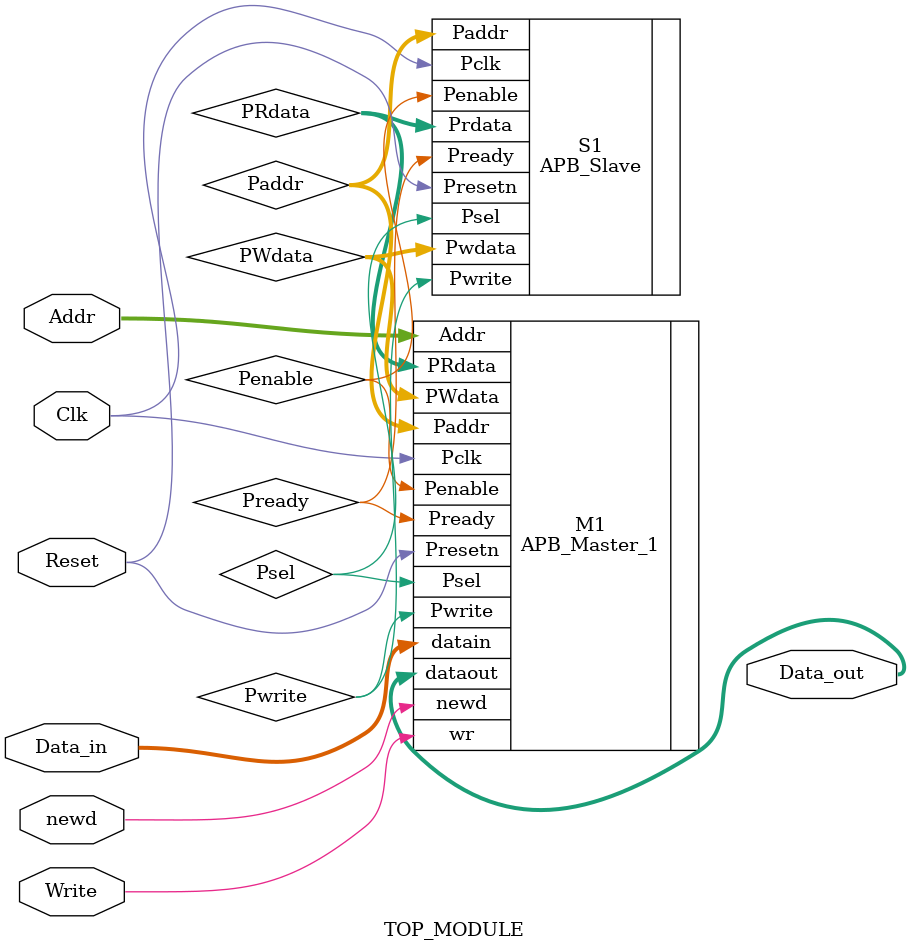
<source format=v>


module TOP_MODULE
(
input Clk,Reset,Write,newd,
input [7:0]  Data_in,
input [3:0] Addr,
output [7:0] Data_out
);

wire Psel,Penable,Pwrite,Pready;
wire [7:0] PWdata,PRdata;
wire [3:0] Paddr;

APB_Master_1 M1 (
.Pclk(Clk),
.Presetn(Reset),
.Addr(Addr),
.datain(Data_in),
.wr(Write),
.newd(newd),
.PRdata(PRdata),
.Pready(Pready),
.Psel(Psel),
.Penable(Penable),
.Paddr(Paddr),
.PWdata(PWdata),
.Pwrite(Pwrite),
.dataout(Data_out)
);

APB_Slave S1 (
.Pclk(Clk),
.Presetn(Reset),
.Paddr(Paddr),
.Psel(Psel),
.Penable(Penable),
.Pwdata(PWdata),
.Pwrite(Pwrite),

.Prdata(PRdata),
.Pready(Pready)
);



endmodule
</source>
